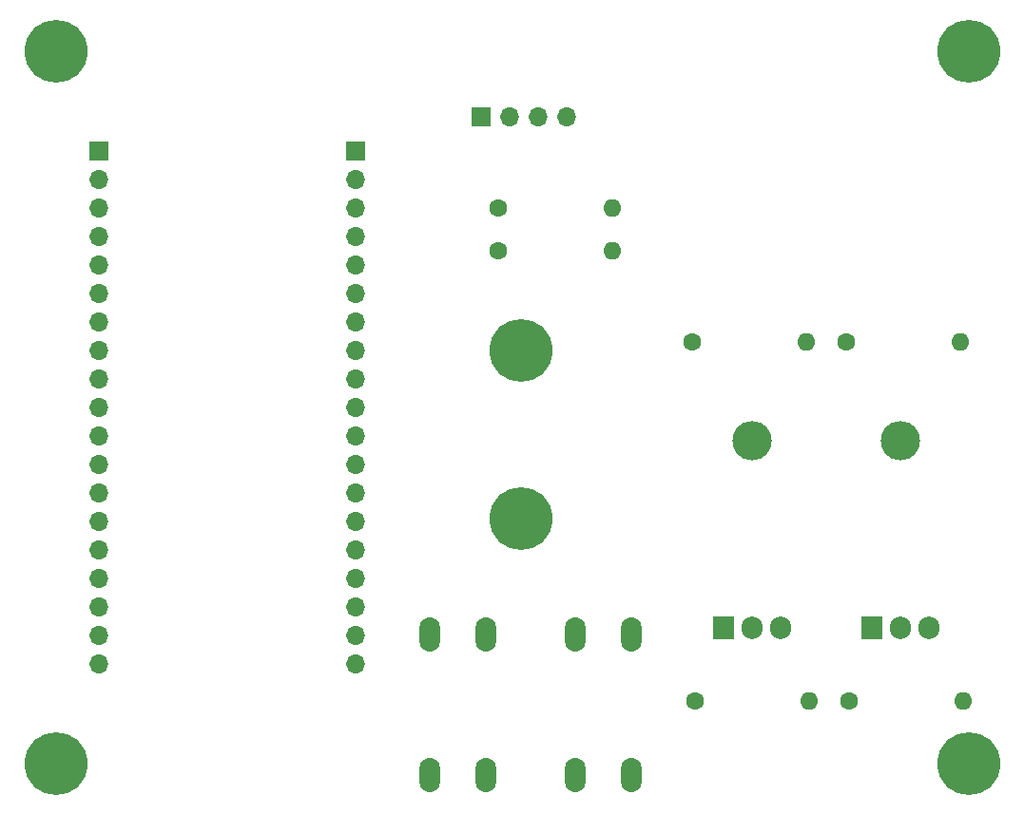
<source format=gbr>
%TF.GenerationSoftware,KiCad,Pcbnew,(6.0.7)*%
%TF.CreationDate,2022-08-09T22:59:13-05:00*%
%TF.ProjectId,garage-door_opener,67617261-6765-42d6-946f-6f725f6f7065,rev?*%
%TF.SameCoordinates,Original*%
%TF.FileFunction,Soldermask,Bot*%
%TF.FilePolarity,Negative*%
%FSLAX46Y46*%
G04 Gerber Fmt 4.6, Leading zero omitted, Abs format (unit mm)*
G04 Created by KiCad (PCBNEW (6.0.7)) date 2022-08-09 22:59:13*
%MOMM*%
%LPD*%
G01*
G04 APERTURE LIST*
%ADD10C,3.600000*%
%ADD11C,5.600000*%
%ADD12O,1.850000X3.048000*%
%ADD13C,1.600000*%
%ADD14O,1.600000X1.600000*%
%ADD15R,1.700000X1.700000*%
%ADD16O,1.700000X1.700000*%
%ADD17O,3.500000X3.500000*%
%ADD18R,1.905000X2.000000*%
%ADD19O,1.905000X2.000000*%
G04 APERTURE END LIST*
D10*
%TO.C,H2*%
X172212000Y-83566000D03*
D11*
X172212000Y-83566000D03*
%TD*%
D12*
%TO.C,SW1*%
X164084000Y-93926000D03*
X164084000Y-106426000D03*
X169084000Y-106426000D03*
X169084000Y-93926000D03*
%TD*%
D13*
%TO.C,R2*%
X170180000Y-59690000D03*
D14*
X180340000Y-59690000D03*
%TD*%
D15*
%TO.C,J2*%
X157480000Y-50800000D03*
D16*
X157480000Y-53340000D03*
X157480000Y-55880000D03*
X157480000Y-58420000D03*
X157480000Y-60960000D03*
X157480000Y-63500000D03*
X157480000Y-66040000D03*
X157480000Y-68580000D03*
X157480000Y-71120000D03*
X157480000Y-73660000D03*
X157480000Y-76200000D03*
X157480000Y-78740000D03*
X157480000Y-81280000D03*
X157480000Y-83820000D03*
X157480000Y-86360000D03*
X157480000Y-88900000D03*
X157480000Y-91440000D03*
X157480000Y-93980000D03*
X157480000Y-96520000D03*
%TD*%
D13*
%TO.C,R1*%
X170180000Y-55880000D03*
D14*
X180340000Y-55880000D03*
%TD*%
D10*
%TO.C,REF\u002A\u002A*%
X212090000Y-41910000D03*
D11*
X212090000Y-41910000D03*
%TD*%
D15*
%TO.C,J3*%
X168656000Y-47752000D03*
D16*
X171196000Y-47752000D03*
X173736000Y-47752000D03*
X176276000Y-47752000D03*
%TD*%
D12*
%TO.C,SW2*%
X177038000Y-106426000D03*
X177038000Y-93926000D03*
X182038000Y-106426000D03*
X182038000Y-93926000D03*
%TD*%
D13*
%TO.C,R5*%
X187706000Y-99822000D03*
D14*
X197866000Y-99822000D03*
%TD*%
D10*
%TO.C,mnt*%
X212090000Y-105410000D03*
D11*
X212090000Y-105410000D03*
%TD*%
D13*
%TO.C,R4*%
X201168000Y-67818000D03*
D14*
X211328000Y-67818000D03*
%TD*%
D17*
%TO.C,Q1*%
X192786000Y-76644000D03*
D18*
X190246000Y-93304000D03*
D19*
X192786000Y-93304000D03*
X195326000Y-93304000D03*
%TD*%
D13*
%TO.C,R6*%
X201422000Y-99822000D03*
D14*
X211582000Y-99822000D03*
%TD*%
D13*
%TO.C,R3*%
X187452000Y-67818000D03*
D14*
X197612000Y-67818000D03*
%TD*%
D10*
%TO.C,H1*%
X172212000Y-68580000D03*
D11*
X172212000Y-68580000D03*
%TD*%
D10*
%TO.C,mnt*%
X130810000Y-105410000D03*
D11*
X130810000Y-105410000D03*
%TD*%
D17*
%TO.C,Q2*%
X205994000Y-76644000D03*
D18*
X203454000Y-93304000D03*
D19*
X205994000Y-93304000D03*
X208534000Y-93304000D03*
%TD*%
D10*
%TO.C,REF\u002A\u002A*%
X130810000Y-41910000D03*
D11*
X130810000Y-41910000D03*
%TD*%
D15*
%TO.C,J1*%
X134620000Y-50800000D03*
D16*
X134620000Y-53340000D03*
X134620000Y-55880000D03*
X134620000Y-58420000D03*
X134620000Y-60960000D03*
X134620000Y-63500000D03*
X134620000Y-66040000D03*
X134620000Y-68580000D03*
X134620000Y-71120000D03*
X134620000Y-73660000D03*
X134620000Y-76200000D03*
X134620000Y-78740000D03*
X134620000Y-81280000D03*
X134620000Y-83820000D03*
X134620000Y-86360000D03*
X134620000Y-88900000D03*
X134620000Y-91440000D03*
X134620000Y-93980000D03*
X134620000Y-96520000D03*
%TD*%
M02*

</source>
